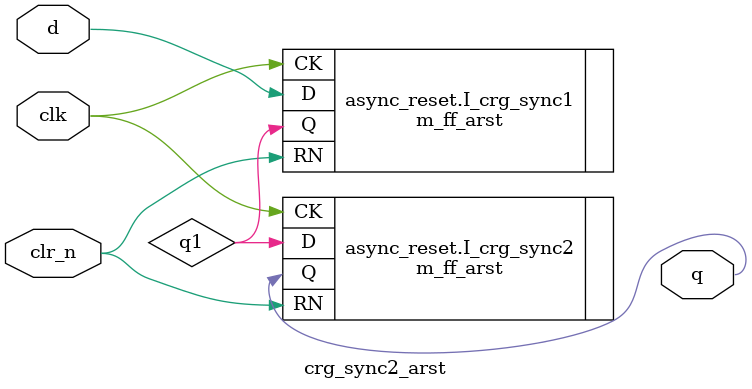
<source format=v>



module crg_sync2_arst (clr_n, d, clk, q);

   input        wire clr_n;          // Active low  async clear input
   input        wire d;              //  data input
   input        wire clk;            //  clock input
   output       wire q;              //  data output

   parameter RESET_STATE = 1'b0;


`ifndef RTL_SIM
    wire q1;
    generate
        if (RESET_STATE == 1'b0) begin : async_reset
            m_ff_arst I_crg_sync1 (.CK(clk), .D(d), .RN(clr_n), .Q(q1));
            m_ff_arst I_crg_sync2 (.CK(clk), .D(q1), .RN(clr_n), .Q(q));
        end else begin : async_set
            m_ff_aset I_crg_sync1 (.CK(clk), .D(d), .SN(clr_n), .Q(q1));
            m_ff_aset I_crg_sync2 (.CK(clk), .D(q1), .SN(clr_n), .Q(q));
        end
    endgenerate
`else // `ifndef RTL_SIM
    wire    flop1_r_tmp1; // temporary 1st stage captured at the first clock cycle
    wire    flop1_r_tmp2; // temporary 1st stage captured at the second clock cycle
    wire    flop1_r_tmp3; // temporary 1st stage captured at the third clock cycle
    generate
        if (RESET_STATE == 1'b0) begin : async_reset
            m_ff_arst I_crg_sync1 (.CK(clk), .D(d           ), .RN(clr_n), .Q(flop1_r_tmp1));
            m_ff_arst I_crg_sync2 (.CK(clk), .D(flop1_r_tmp1), .RN(clr_n), .Q(flop1_r_tmp2));
            m_ff_arst I_crg_sync3 (.CK(clk), .D(flop1_r_tmp2), .RN(clr_n), .Q(flop1_r_tmp3));
        end else begin : async_set
            m_ff_aset I_crg_sync1 (.CK(clk), .D(d           ), .SN(clr_n), .Q(flop1_r_tmp1));
            m_ff_aset I_crg_sync2 (.CK(clk), .D(flop1_r_tmp1), .SN(clr_n), .Q(flop1_r_tmp2));
            m_ff_aset I_crg_sync3 (.CK(clk), .D(flop1_r_tmp2), .SN(clr_n), .Q(flop1_r_tmp3));
        end
    endgenerate
   parameter LOCAL_RAND_SYNC = 1'b1;
   integer   rand_seed,randseed,seed_modifier,i,arg;
   wire      global_rand_sync;
   wire      random_sync;

   reg [1023:0] string_tmp;
   initial
     begin
        $sformat(string_tmp,"%m");
        arg = 0;
        for (i=0 ; i < 32 ; i = i + 1) begin
           arg = arg ^ string_tmp;
           string_tmp = string_tmp >> 32;
        end
        if (!$value$plusargs("SYNC_RAND_SEED=%d",  randseed)) randseed=0;
        rand_seed = randseed ^ arg;
     end // initial begin

   assign global_rand_sync = ($test$plusargs("RAND_SYNC"));
   assign random_sync = LOCAL_RAND_SYNC & global_rand_sync;

   reg select;
   always @(q)
     select <=  ({$random(rand_seed)} % 2) & 1'b1;

   reg rand_select;
   always @(posedge clk)
     rand_select <= ~random_sync | select;

   assign q = rand_select ? flop1_r_tmp2 : flop1_r_tmp3;
`endif

endmodule // crg_sync2_arst

</source>
